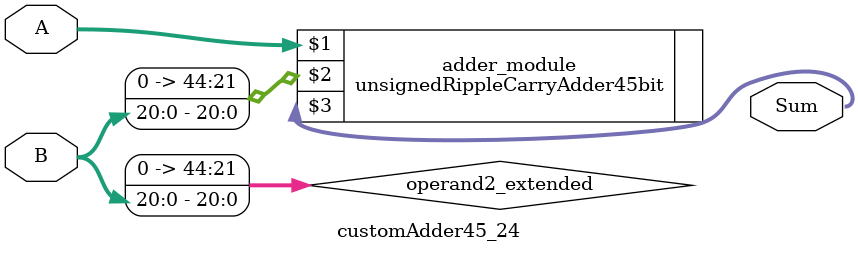
<source format=v>
module customAdder45_24(
                        input [44 : 0] A,
                        input [20 : 0] B,
                        
                        output [45 : 0] Sum
                );

        wire [44 : 0] operand2_extended;
        
        assign operand2_extended =  {24'b0, B};
        
        unsignedRippleCarryAdder45bit adder_module(
            A,
            operand2_extended,
            Sum
        );
        
        endmodule
        
</source>
